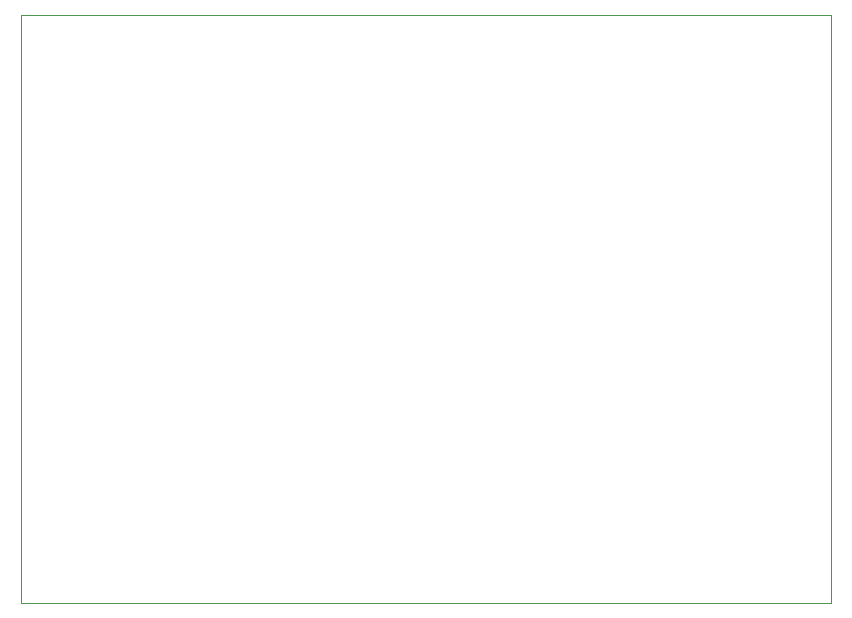
<source format=gbr>
G04 #@! TF.FileFunction,Profile,NP*
%FSLAX46Y46*%
G04 Gerber Fmt 4.6, Leading zero omitted, Abs format (unit mm)*
G04 Created by KiCad (PCBNEW (2015-05-10 BZR 5649)-product) date Thursday, May 21, 2015 'PMt' 11:43:20 PM*
%MOMM*%
G01*
G04 APERTURE LIST*
%ADD10C,0.100000*%
G04 APERTURE END LIST*
D10*
X198120000Y-125476000D02*
X198120000Y-175260000D01*
X129540000Y-125476000D02*
X129540000Y-175260000D01*
X198120000Y-125476000D02*
X129540000Y-125476000D01*
X129540000Y-175260000D02*
X198120000Y-175260000D01*
M02*

</source>
